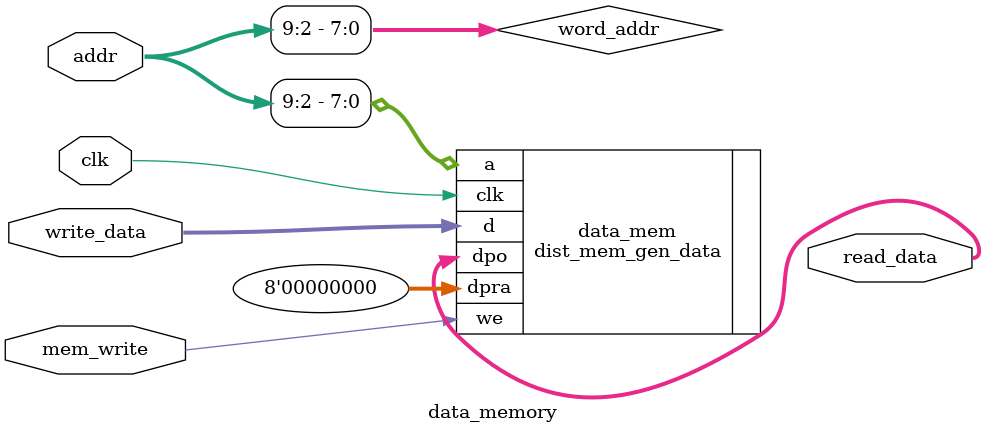
<source format=v>
module data_memory (
    input clk,
    input mem_write,
    input [31:0] addr,
    input [31:0] write_data,
    output [31:0] read_data
);

  wire [7:0] word_addr = addr[9:2];

  dist_mem_gen_data data_mem (
      .a   (word_addr),
      .d   (write_data),
      .dpra(8'b0),
      .clk (clk),
      .we  (mem_write),
      .dpo (read_data)
  );

endmodule

</source>
